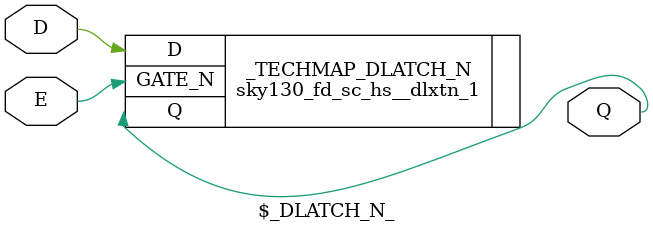
<source format=v>
module \$_DLATCH_P_ (input E, input D, output Q);
  sky130_fd_sc_hs__dlxtp_1 _TECHMAP_DLATCH_P (
    //# {{data|Data Signals}}
    .D(D),
    .Q(Q),

    //# {{clocks|Clocking}}
    .GATE(E)
  );
endmodule

module \$_DLATCH_N_ (input E, input D, output Q);
  sky130_fd_sc_hs__dlxtn_1 _TECHMAP_DLATCH_N (
    //# {{data|Data Signals}}
    .D(D),
    .Q(Q),

    //# {{clocks|Clocking}}
    .GATE_N(E)
  );
endmodule

</source>
